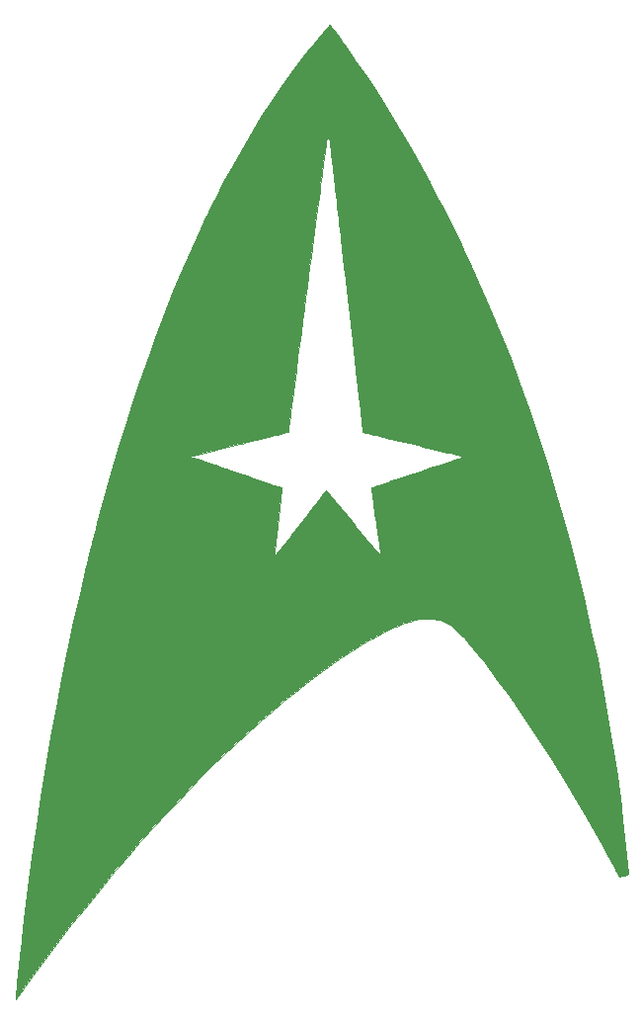
<source format=gbr>
G04 #@! TF.GenerationSoftware,KiCad,Pcbnew,5.1.4-e60b266~84~ubuntu18.04.1*
G04 #@! TF.CreationDate,2019-09-14T19:57:04-06:00*
G04 #@! TF.ProjectId,001,3030312e-6b69-4636-9164-5f7063625858,1*
G04 #@! TF.SameCoordinates,Original*
G04 #@! TF.FileFunction,Copper,L1,Top*
G04 #@! TF.FilePolarity,Positive*
%FSLAX46Y46*%
G04 Gerber Fmt 4.6, Leading zero omitted, Abs format (unit mm)*
G04 Created by KiCad (PCBNEW 5.1.4-e60b266~84~ubuntu18.04.1) date 2019-09-14 19:57:04*
%MOMM*%
%LPD*%
G04 APERTURE LIST*
%ADD10C,0.010000*%
G04 APERTURE END LIST*
D10*
G36*
X138236680Y-42049673D02*
G01*
X138274867Y-42096643D01*
X138333250Y-42172243D01*
X138409672Y-42273527D01*
X138501975Y-42397553D01*
X138608003Y-42541377D01*
X138725599Y-42702055D01*
X138852604Y-42876644D01*
X138986862Y-43062200D01*
X139126216Y-43255780D01*
X139268508Y-43454439D01*
X139411581Y-43655235D01*
X139497195Y-43775926D01*
X140451586Y-45147815D01*
X141398410Y-46556774D01*
X142334568Y-47997778D01*
X143256964Y-49465799D01*
X144162499Y-50955811D01*
X145048076Y-52462788D01*
X145910595Y-53981704D01*
X146746959Y-55507531D01*
X146874775Y-55745676D01*
X147312074Y-56570586D01*
X147753016Y-57417508D01*
X148193120Y-58277516D01*
X148627906Y-59141680D01*
X149052896Y-60001074D01*
X149463609Y-60846768D01*
X149855565Y-61669835D01*
X149976000Y-61926342D01*
X150947443Y-64050774D01*
X151886942Y-66202591D01*
X152794337Y-68381217D01*
X153669465Y-70586073D01*
X154512165Y-72816581D01*
X155322276Y-75072163D01*
X156099637Y-77352241D01*
X156844085Y-79656238D01*
X157555461Y-81983574D01*
X158233602Y-84333673D01*
X158878348Y-86705956D01*
X159489536Y-89099845D01*
X160067005Y-91514763D01*
X160610595Y-93950130D01*
X161120143Y-96405370D01*
X161595489Y-98879904D01*
X162036471Y-101373154D01*
X162442927Y-103884542D01*
X162814697Y-106413491D01*
X163151618Y-108959421D01*
X163188435Y-109255800D01*
X163286210Y-110062486D01*
X163380205Y-110866478D01*
X163469605Y-111660352D01*
X163553594Y-112436683D01*
X163631356Y-113188047D01*
X163702075Y-113907019D01*
X163717579Y-114070426D01*
X163732302Y-114225547D01*
X163746252Y-114370299D01*
X163758797Y-114498275D01*
X163769301Y-114603071D01*
X163777132Y-114678281D01*
X163781550Y-114716738D01*
X163791694Y-114791550D01*
X163410186Y-114905192D01*
X163278027Y-114943288D01*
X163166819Y-114972811D01*
X163081661Y-114992553D01*
X163027651Y-115001311D01*
X163010398Y-114999713D01*
X162996238Y-114977087D01*
X162964508Y-114921720D01*
X162917719Y-114838144D01*
X162858380Y-114730887D01*
X162789000Y-114604477D01*
X162712092Y-114463444D01*
X162659621Y-114366759D01*
X161990009Y-113141797D01*
X161316694Y-111932282D01*
X160640586Y-110739621D01*
X159962592Y-109565223D01*
X159283624Y-108410494D01*
X158604590Y-107276843D01*
X157926398Y-106165678D01*
X157249960Y-105078407D01*
X156576183Y-104016437D01*
X155905978Y-102981176D01*
X155240252Y-101974032D01*
X154579916Y-100996414D01*
X153925879Y-100049728D01*
X153279050Y-99135383D01*
X152640339Y-98254787D01*
X152010654Y-97409347D01*
X151390905Y-96600472D01*
X150782001Y-95829568D01*
X150322609Y-95264558D01*
X150008055Y-94892314D01*
X149708073Y-94557467D01*
X149420602Y-94258482D01*
X149143584Y-93993827D01*
X148874961Y-93761966D01*
X148612673Y-93561368D01*
X148354661Y-93390497D01*
X148098866Y-93247820D01*
X147843230Y-93131803D01*
X147585693Y-93040913D01*
X147324197Y-92973616D01*
X147219794Y-92953274D01*
X147004591Y-92925024D01*
X146761943Y-92910474D01*
X146504457Y-92909616D01*
X146244740Y-92922441D01*
X145995399Y-92948941D01*
X145959736Y-92954085D01*
X145530826Y-93034181D01*
X145078541Y-93149563D01*
X144602889Y-93300227D01*
X144103879Y-93486169D01*
X143581519Y-93707387D01*
X143035818Y-93963877D01*
X142466783Y-94255636D01*
X141874425Y-94582660D01*
X141814650Y-94616875D01*
X140913713Y-95149962D01*
X139999099Y-95722334D01*
X139071427Y-96333428D01*
X138131311Y-96982681D01*
X137179370Y-97669532D01*
X136216219Y-98393417D01*
X135242476Y-99153773D01*
X134258757Y-99950038D01*
X133265679Y-100781650D01*
X132263858Y-101648046D01*
X131253912Y-102548663D01*
X130236457Y-103482938D01*
X129212109Y-104450309D01*
X128181486Y-105450213D01*
X127145205Y-106482087D01*
X126103881Y-107545370D01*
X125058132Y-108639498D01*
X124008575Y-109763908D01*
X122955826Y-110918039D01*
X121900501Y-112101326D01*
X120843218Y-113313209D01*
X119784594Y-114553123D01*
X119203376Y-115245176D01*
X118147463Y-116523359D01*
X117105182Y-117812708D01*
X116072587Y-119118314D01*
X115045734Y-120445272D01*
X114020677Y-121798672D01*
X112993471Y-123183609D01*
X112062420Y-124463259D01*
X111901264Y-124686666D01*
X111763077Y-124878063D01*
X111646103Y-125039805D01*
X111548588Y-125174245D01*
X111468776Y-125283738D01*
X111404913Y-125370638D01*
X111355242Y-125437299D01*
X111318010Y-125486074D01*
X111291460Y-125519318D01*
X111273839Y-125539385D01*
X111263390Y-125548629D01*
X111258359Y-125549404D01*
X111256990Y-125544063D01*
X111256986Y-125543552D01*
X111259123Y-125515276D01*
X111265303Y-125448303D01*
X111275174Y-125346039D01*
X111288389Y-125211892D01*
X111304598Y-125049269D01*
X111323451Y-124861578D01*
X111344599Y-124652224D01*
X111367694Y-124424617D01*
X111392385Y-124182162D01*
X111418323Y-123928268D01*
X111445160Y-123666341D01*
X111472545Y-123399789D01*
X111500130Y-123132019D01*
X111527565Y-122866438D01*
X111554501Y-122606454D01*
X111580588Y-122355473D01*
X111605477Y-122116903D01*
X111628820Y-121894152D01*
X111650266Y-121690626D01*
X111669467Y-121509732D01*
X111686072Y-121354879D01*
X111692143Y-121298842D01*
X111993987Y-118636870D01*
X112318771Y-115990392D01*
X112666178Y-113361263D01*
X113035892Y-110751338D01*
X113427593Y-108162473D01*
X113840966Y-105596521D01*
X114275692Y-103055338D01*
X114731455Y-100540777D01*
X115207936Y-98054695D01*
X115704820Y-95598946D01*
X116221787Y-93175384D01*
X116758522Y-90785864D01*
X117314706Y-88432242D01*
X117318539Y-88416426D01*
X117360287Y-88244397D01*
X117399434Y-88083627D01*
X117436806Y-87930889D01*
X117473228Y-87782959D01*
X117509525Y-87636613D01*
X117546522Y-87488625D01*
X117585044Y-87335770D01*
X117625917Y-87174825D01*
X117669964Y-87002564D01*
X117718012Y-86815762D01*
X117770885Y-86611195D01*
X117829408Y-86385638D01*
X117894407Y-86135866D01*
X117966707Y-85858655D01*
X118047132Y-85550779D01*
X118136508Y-85209014D01*
X118235660Y-84830135D01*
X118255434Y-84754592D01*
X118830334Y-82607675D01*
X119420842Y-80499527D01*
X119854260Y-79019761D01*
X126232403Y-79019761D01*
X126433486Y-79090160D01*
X126499546Y-79113080D01*
X126602359Y-79148474D01*
X126738596Y-79195205D01*
X126904923Y-79252135D01*
X127098011Y-79318128D01*
X127314526Y-79392047D01*
X127551138Y-79472755D01*
X127804515Y-79559116D01*
X128071326Y-79649992D01*
X128348238Y-79744247D01*
X128631921Y-79840743D01*
X128919043Y-79938344D01*
X128920570Y-79938863D01*
X129025636Y-79974591D01*
X129165915Y-80022330D01*
X129336550Y-80080428D01*
X129532686Y-80147229D01*
X129749467Y-80221079D01*
X129982040Y-80300326D01*
X130225547Y-80383313D01*
X130475134Y-80468388D01*
X130725946Y-80553896D01*
X130814986Y-80584256D01*
X131082537Y-80675478D01*
X131364096Y-80771461D01*
X131652898Y-80869899D01*
X131942175Y-80968487D01*
X132225162Y-81064919D01*
X132495092Y-81156890D01*
X132745198Y-81242092D01*
X132968715Y-81318222D01*
X133157477Y-81382496D01*
X134092385Y-81700774D01*
X134082759Y-81767183D01*
X134078661Y-81800109D01*
X134070247Y-81871610D01*
X134057911Y-81978192D01*
X134042047Y-82116360D01*
X134023050Y-82282620D01*
X134001313Y-82473477D01*
X133977232Y-82685436D01*
X133951199Y-82915003D01*
X133923610Y-83158682D01*
X133894859Y-83412979D01*
X133865340Y-83674399D01*
X133835448Y-83939448D01*
X133805576Y-84204631D01*
X133776119Y-84466452D01*
X133747471Y-84721418D01*
X133720027Y-84966034D01*
X133694181Y-85196805D01*
X133670326Y-85410236D01*
X133648858Y-85602832D01*
X133630170Y-85771099D01*
X133614658Y-85911543D01*
X133602714Y-86020667D01*
X133598854Y-86056342D01*
X133563686Y-86383562D01*
X133533075Y-86669463D01*
X133506941Y-86914804D01*
X133485204Y-87120344D01*
X133467785Y-87286844D01*
X133454604Y-87415063D01*
X133445582Y-87505760D01*
X133440640Y-87559695D01*
X133439562Y-87576437D01*
X133441801Y-87581768D01*
X133450010Y-87577939D01*
X133466511Y-87562120D01*
X133493626Y-87531477D01*
X133533678Y-87483178D01*
X133588988Y-87414389D01*
X133661881Y-87322279D01*
X133754677Y-87204015D01*
X133869700Y-87056763D01*
X133948315Y-86955930D01*
X134030980Y-86850390D01*
X134107030Y-86754293D01*
X134171828Y-86673421D01*
X134220735Y-86613557D01*
X134249112Y-86580482D01*
X134251412Y-86578088D01*
X134270295Y-86555637D01*
X134312784Y-86502821D01*
X134376860Y-86422228D01*
X134460502Y-86316443D01*
X134561691Y-86188051D01*
X134678408Y-86039639D01*
X134808632Y-85873793D01*
X134950345Y-85693098D01*
X135101525Y-85500141D01*
X135260154Y-85297507D01*
X135424211Y-85087782D01*
X135591678Y-84873553D01*
X135760533Y-84657405D01*
X135928759Y-84441923D01*
X136094334Y-84229695D01*
X136255240Y-84023306D01*
X136409455Y-83825341D01*
X136554962Y-83638387D01*
X136689740Y-83465029D01*
X136811769Y-83307854D01*
X136919029Y-83169448D01*
X137009501Y-83052396D01*
X137081166Y-82959284D01*
X137132003Y-82892698D01*
X137159992Y-82855224D01*
X137164986Y-82847738D01*
X137177358Y-82829017D01*
X137211695Y-82782394D01*
X137263828Y-82713269D01*
X137329586Y-82627043D01*
X137404802Y-82529117D01*
X137485305Y-82424891D01*
X137566927Y-82319768D01*
X137645497Y-82219147D01*
X137716848Y-82128429D01*
X137776809Y-82053016D01*
X137813351Y-82007851D01*
X137861370Y-81949276D01*
X140206636Y-84754826D01*
X140456685Y-85053757D01*
X140699389Y-85343528D01*
X140933364Y-85622505D01*
X141157226Y-85889052D01*
X141369592Y-86141533D01*
X141569076Y-86378312D01*
X141754296Y-86597754D01*
X141923867Y-86798224D01*
X142076404Y-86978084D01*
X142210525Y-87135701D01*
X142324845Y-87269437D01*
X142417979Y-87377658D01*
X142488545Y-87458727D01*
X142535157Y-87511010D01*
X142556432Y-87532870D01*
X142557660Y-87533317D01*
X142555712Y-87508473D01*
X142548277Y-87445021D01*
X142535799Y-87346273D01*
X142518722Y-87215536D01*
X142497489Y-87056119D01*
X142472545Y-86871333D01*
X142444335Y-86664485D01*
X142413301Y-86438886D01*
X142379889Y-86197844D01*
X142344543Y-85944668D01*
X142342395Y-85929342D01*
X142300269Y-85628763D01*
X142254853Y-85304671D01*
X142207279Y-84965150D01*
X142158681Y-84618285D01*
X142110191Y-84272162D01*
X142062942Y-83934866D01*
X142018066Y-83614482D01*
X141976696Y-83319094D01*
X141939966Y-83056788D01*
X141936807Y-83034229D01*
X141904649Y-82803036D01*
X141874646Y-82584373D01*
X141847262Y-82381820D01*
X141822962Y-82198957D01*
X141802209Y-82039365D01*
X141785469Y-81906624D01*
X141773205Y-81804316D01*
X141765882Y-81736020D01*
X141763965Y-81705317D01*
X141764283Y-81703989D01*
X141785629Y-81695824D01*
X141845394Y-81674834D01*
X141941844Y-81641603D01*
X142073243Y-81596714D01*
X142237857Y-81540749D01*
X142433951Y-81474294D01*
X142659791Y-81397930D01*
X142913641Y-81312242D01*
X143193768Y-81217813D01*
X143498436Y-81115227D01*
X143825911Y-81005065D01*
X144174457Y-80887913D01*
X144542341Y-80764354D01*
X144927828Y-80634970D01*
X145329182Y-80500346D01*
X145744669Y-80361064D01*
X146172555Y-80217709D01*
X146611105Y-80070862D01*
X147058583Y-79921109D01*
X147513256Y-79769032D01*
X147973388Y-79615215D01*
X148251028Y-79522445D01*
X148487941Y-79443144D01*
X148712756Y-79367596D01*
X148922302Y-79296885D01*
X149113408Y-79232096D01*
X149282902Y-79174311D01*
X149427614Y-79124617D01*
X149544373Y-79084095D01*
X149630008Y-79053832D01*
X149681347Y-79034910D01*
X149695653Y-79028546D01*
X149675385Y-79022590D01*
X149615851Y-79007240D01*
X149518954Y-78982960D01*
X149386600Y-78950210D01*
X149220691Y-78909454D01*
X149023132Y-78861152D01*
X148795826Y-78805766D01*
X148540679Y-78743759D01*
X148259594Y-78675592D01*
X147954474Y-78601727D01*
X147627225Y-78522626D01*
X147279750Y-78438750D01*
X146913952Y-78350562D01*
X146531737Y-78258524D01*
X146135008Y-78163096D01*
X145725670Y-78064741D01*
X145382945Y-77982472D01*
X144964403Y-77882036D01*
X144556731Y-77784187D01*
X144161845Y-77689386D01*
X143781661Y-77598094D01*
X143418096Y-77510772D01*
X143073066Y-77427881D01*
X142748487Y-77349881D01*
X142446276Y-77277233D01*
X142168349Y-77210398D01*
X141916623Y-77149837D01*
X141693014Y-77096011D01*
X141499439Y-77049380D01*
X141337813Y-77010406D01*
X141210053Y-76979549D01*
X141118076Y-76957270D01*
X141063798Y-76944030D01*
X141048785Y-76940249D01*
X141041654Y-76918254D01*
X141030658Y-76858830D01*
X141016447Y-76766639D01*
X140999667Y-76646344D01*
X140980967Y-76502606D01*
X140960993Y-76340088D01*
X140940394Y-76163453D01*
X140938270Y-76144707D01*
X140924832Y-76025905D01*
X140906997Y-75868388D01*
X140885144Y-75675504D01*
X140859653Y-75450603D01*
X140830903Y-75197033D01*
X140799275Y-74918141D01*
X140765149Y-74617276D01*
X140728903Y-74297787D01*
X140690919Y-73963022D01*
X140651575Y-73616329D01*
X140611252Y-73261056D01*
X140570329Y-72900552D01*
X140529186Y-72538166D01*
X140519943Y-72456759D01*
X140420929Y-71584733D01*
X140326088Y-70749452D01*
X140234817Y-69945596D01*
X140146511Y-69167849D01*
X140060568Y-68410892D01*
X139976383Y-67669405D01*
X139893352Y-66938072D01*
X139810872Y-66211573D01*
X139728338Y-65484591D01*
X139645148Y-64751806D01*
X139560696Y-64007901D01*
X139474380Y-63247557D01*
X139431322Y-62868259D01*
X139396713Y-62563285D01*
X139357819Y-62220356D01*
X139315105Y-61843584D01*
X139269037Y-61437081D01*
X139220081Y-61004958D01*
X139168701Y-60551327D01*
X139115363Y-60080299D01*
X139060533Y-59595985D01*
X139004676Y-59102497D01*
X138948258Y-58603947D01*
X138891743Y-58104446D01*
X138835599Y-57608106D01*
X138780289Y-57119037D01*
X138726279Y-56641352D01*
X138674036Y-56179163D01*
X138669300Y-56137259D01*
X138622338Y-55722501D01*
X138576405Y-55318351D01*
X138531743Y-54926874D01*
X138488593Y-54550133D01*
X138447198Y-54190195D01*
X138407799Y-53849122D01*
X138370638Y-53528980D01*
X138335957Y-53231833D01*
X138303999Y-52959746D01*
X138275004Y-52714783D01*
X138249214Y-52499008D01*
X138226873Y-52314487D01*
X138208221Y-52163283D01*
X138193500Y-52047462D01*
X138182952Y-51969087D01*
X138176819Y-51930223D01*
X138176033Y-51927010D01*
X138143927Y-51861737D01*
X138099556Y-51808057D01*
X138091544Y-51801554D01*
X138050907Y-51774062D01*
X138024982Y-51771759D01*
X137994756Y-51794244D01*
X137989042Y-51799399D01*
X137946448Y-51845754D01*
X137921218Y-51882522D01*
X137917877Y-51896556D01*
X137911859Y-51931518D01*
X137903093Y-51987948D01*
X137891509Y-52066386D01*
X137877035Y-52167372D01*
X137859601Y-52291445D01*
X137839135Y-52439146D01*
X137815566Y-52611014D01*
X137788824Y-52807588D01*
X137758837Y-53029410D01*
X137725535Y-53277019D01*
X137688846Y-53550953D01*
X137648699Y-53851754D01*
X137605024Y-54179961D01*
X137557748Y-54536114D01*
X137506802Y-54920753D01*
X137452115Y-55334417D01*
X137393614Y-55777647D01*
X137331230Y-56250981D01*
X137264891Y-56754961D01*
X137194526Y-57290125D01*
X137120065Y-57857014D01*
X137041435Y-58456167D01*
X136958567Y-59088125D01*
X136871389Y-59753426D01*
X136779829Y-60452611D01*
X136683819Y-61186220D01*
X136583285Y-61954792D01*
X136478157Y-62758868D01*
X136368364Y-63598987D01*
X136253836Y-64475688D01*
X136134500Y-65389512D01*
X136010286Y-66340999D01*
X135881124Y-67330688D01*
X135746941Y-68359119D01*
X135607667Y-69426832D01*
X135463232Y-70534367D01*
X135313563Y-71682263D01*
X135158590Y-72871061D01*
X134998242Y-74101300D01*
X134998079Y-74102558D01*
X134953700Y-74442584D01*
X134910717Y-74770982D01*
X134869453Y-75085310D01*
X134830235Y-75383127D01*
X134793388Y-75661995D01*
X134759237Y-75919472D01*
X134728108Y-76153118D01*
X134700327Y-76360493D01*
X134676218Y-76539157D01*
X134656108Y-76686668D01*
X134640322Y-76800587D01*
X134629185Y-76878474D01*
X134623023Y-76917887D01*
X134621975Y-76922409D01*
X134600773Y-76928421D01*
X134540420Y-76944165D01*
X134442849Y-76969158D01*
X134309991Y-77002915D01*
X134143778Y-77044951D01*
X133946141Y-77094782D01*
X133719012Y-77151923D01*
X133464322Y-77215890D01*
X133184003Y-77286197D01*
X132879986Y-77362361D01*
X132554203Y-77443897D01*
X132208586Y-77530320D01*
X131845067Y-77621146D01*
X131465576Y-77715889D01*
X131072046Y-77814066D01*
X130666407Y-77915192D01*
X130422246Y-77976028D01*
X126232403Y-79019761D01*
X119854260Y-79019761D01*
X120026940Y-78430203D01*
X120648608Y-76399757D01*
X121285828Y-74408243D01*
X121938580Y-72455715D01*
X122606846Y-70542228D01*
X123290606Y-68667834D01*
X123989841Y-66832589D01*
X124704532Y-65036547D01*
X125434660Y-63279761D01*
X126180205Y-61562286D01*
X126941150Y-59884176D01*
X127303116Y-59111176D01*
X127494111Y-58711151D01*
X127701492Y-58283539D01*
X127921612Y-57835556D01*
X128150823Y-57374417D01*
X128385477Y-56907338D01*
X128621927Y-56441535D01*
X128856525Y-55984223D01*
X129085625Y-55542619D01*
X129305578Y-55123937D01*
X129512737Y-54735394D01*
X129550024Y-54666176D01*
X130221141Y-53447049D01*
X130904631Y-52253658D01*
X131599310Y-51087793D01*
X132303989Y-49951247D01*
X133017484Y-48845811D01*
X133738608Y-47773276D01*
X134466175Y-46735435D01*
X135198998Y-45734079D01*
X135935891Y-44771000D01*
X136675668Y-43847990D01*
X136861737Y-43622729D01*
X136949248Y-43516884D01*
X137026865Y-43421945D01*
X137090736Y-43342713D01*
X137137006Y-43283989D01*
X137161824Y-43250572D01*
X137164986Y-43244899D01*
X137178434Y-43225001D01*
X137216276Y-43177783D01*
X137274763Y-43107544D01*
X137350142Y-43018586D01*
X137438664Y-42915208D01*
X137536576Y-42801713D01*
X137640130Y-42682399D01*
X137745572Y-42561569D01*
X137849153Y-42443523D01*
X137947122Y-42332561D01*
X138035728Y-42232985D01*
X138111219Y-42149094D01*
X138169845Y-42085190D01*
X138207856Y-42045573D01*
X138220846Y-42034275D01*
X138236680Y-42049673D01*
X138236680Y-42049673D01*
G37*
X138236680Y-42049673D02*
X138274867Y-42096643D01*
X138333250Y-42172243D01*
X138409672Y-42273527D01*
X138501975Y-42397553D01*
X138608003Y-42541377D01*
X138725599Y-42702055D01*
X138852604Y-42876644D01*
X138986862Y-43062200D01*
X139126216Y-43255780D01*
X139268508Y-43454439D01*
X139411581Y-43655235D01*
X139497195Y-43775926D01*
X140451586Y-45147815D01*
X141398410Y-46556774D01*
X142334568Y-47997778D01*
X143256964Y-49465799D01*
X144162499Y-50955811D01*
X145048076Y-52462788D01*
X145910595Y-53981704D01*
X146746959Y-55507531D01*
X146874775Y-55745676D01*
X147312074Y-56570586D01*
X147753016Y-57417508D01*
X148193120Y-58277516D01*
X148627906Y-59141680D01*
X149052896Y-60001074D01*
X149463609Y-60846768D01*
X149855565Y-61669835D01*
X149976000Y-61926342D01*
X150947443Y-64050774D01*
X151886942Y-66202591D01*
X152794337Y-68381217D01*
X153669465Y-70586073D01*
X154512165Y-72816581D01*
X155322276Y-75072163D01*
X156099637Y-77352241D01*
X156844085Y-79656238D01*
X157555461Y-81983574D01*
X158233602Y-84333673D01*
X158878348Y-86705956D01*
X159489536Y-89099845D01*
X160067005Y-91514763D01*
X160610595Y-93950130D01*
X161120143Y-96405370D01*
X161595489Y-98879904D01*
X162036471Y-101373154D01*
X162442927Y-103884542D01*
X162814697Y-106413491D01*
X163151618Y-108959421D01*
X163188435Y-109255800D01*
X163286210Y-110062486D01*
X163380205Y-110866478D01*
X163469605Y-111660352D01*
X163553594Y-112436683D01*
X163631356Y-113188047D01*
X163702075Y-113907019D01*
X163717579Y-114070426D01*
X163732302Y-114225547D01*
X163746252Y-114370299D01*
X163758797Y-114498275D01*
X163769301Y-114603071D01*
X163777132Y-114678281D01*
X163781550Y-114716738D01*
X163791694Y-114791550D01*
X163410186Y-114905192D01*
X163278027Y-114943288D01*
X163166819Y-114972811D01*
X163081661Y-114992553D01*
X163027651Y-115001311D01*
X163010398Y-114999713D01*
X162996238Y-114977087D01*
X162964508Y-114921720D01*
X162917719Y-114838144D01*
X162858380Y-114730887D01*
X162789000Y-114604477D01*
X162712092Y-114463444D01*
X162659621Y-114366759D01*
X161990009Y-113141797D01*
X161316694Y-111932282D01*
X160640586Y-110739621D01*
X159962592Y-109565223D01*
X159283624Y-108410494D01*
X158604590Y-107276843D01*
X157926398Y-106165678D01*
X157249960Y-105078407D01*
X156576183Y-104016437D01*
X155905978Y-102981176D01*
X155240252Y-101974032D01*
X154579916Y-100996414D01*
X153925879Y-100049728D01*
X153279050Y-99135383D01*
X152640339Y-98254787D01*
X152010654Y-97409347D01*
X151390905Y-96600472D01*
X150782001Y-95829568D01*
X150322609Y-95264558D01*
X150008055Y-94892314D01*
X149708073Y-94557467D01*
X149420602Y-94258482D01*
X149143584Y-93993827D01*
X148874961Y-93761966D01*
X148612673Y-93561368D01*
X148354661Y-93390497D01*
X148098866Y-93247820D01*
X147843230Y-93131803D01*
X147585693Y-93040913D01*
X147324197Y-92973616D01*
X147219794Y-92953274D01*
X147004591Y-92925024D01*
X146761943Y-92910474D01*
X146504457Y-92909616D01*
X146244740Y-92922441D01*
X145995399Y-92948941D01*
X145959736Y-92954085D01*
X145530826Y-93034181D01*
X145078541Y-93149563D01*
X144602889Y-93300227D01*
X144103879Y-93486169D01*
X143581519Y-93707387D01*
X143035818Y-93963877D01*
X142466783Y-94255636D01*
X141874425Y-94582660D01*
X141814650Y-94616875D01*
X140913713Y-95149962D01*
X139999099Y-95722334D01*
X139071427Y-96333428D01*
X138131311Y-96982681D01*
X137179370Y-97669532D01*
X136216219Y-98393417D01*
X135242476Y-99153773D01*
X134258757Y-99950038D01*
X133265679Y-100781650D01*
X132263858Y-101648046D01*
X131253912Y-102548663D01*
X130236457Y-103482938D01*
X129212109Y-104450309D01*
X128181486Y-105450213D01*
X127145205Y-106482087D01*
X126103881Y-107545370D01*
X125058132Y-108639498D01*
X124008575Y-109763908D01*
X122955826Y-110918039D01*
X121900501Y-112101326D01*
X120843218Y-113313209D01*
X119784594Y-114553123D01*
X119203376Y-115245176D01*
X118147463Y-116523359D01*
X117105182Y-117812708D01*
X116072587Y-119118314D01*
X115045734Y-120445272D01*
X114020677Y-121798672D01*
X112993471Y-123183609D01*
X112062420Y-124463259D01*
X111901264Y-124686666D01*
X111763077Y-124878063D01*
X111646103Y-125039805D01*
X111548588Y-125174245D01*
X111468776Y-125283738D01*
X111404913Y-125370638D01*
X111355242Y-125437299D01*
X111318010Y-125486074D01*
X111291460Y-125519318D01*
X111273839Y-125539385D01*
X111263390Y-125548629D01*
X111258359Y-125549404D01*
X111256990Y-125544063D01*
X111256986Y-125543552D01*
X111259123Y-125515276D01*
X111265303Y-125448303D01*
X111275174Y-125346039D01*
X111288389Y-125211892D01*
X111304598Y-125049269D01*
X111323451Y-124861578D01*
X111344599Y-124652224D01*
X111367694Y-124424617D01*
X111392385Y-124182162D01*
X111418323Y-123928268D01*
X111445160Y-123666341D01*
X111472545Y-123399789D01*
X111500130Y-123132019D01*
X111527565Y-122866438D01*
X111554501Y-122606454D01*
X111580588Y-122355473D01*
X111605477Y-122116903D01*
X111628820Y-121894152D01*
X111650266Y-121690626D01*
X111669467Y-121509732D01*
X111686072Y-121354879D01*
X111692143Y-121298842D01*
X111993987Y-118636870D01*
X112318771Y-115990392D01*
X112666178Y-113361263D01*
X113035892Y-110751338D01*
X113427593Y-108162473D01*
X113840966Y-105596521D01*
X114275692Y-103055338D01*
X114731455Y-100540777D01*
X115207936Y-98054695D01*
X115704820Y-95598946D01*
X116221787Y-93175384D01*
X116758522Y-90785864D01*
X117314706Y-88432242D01*
X117318539Y-88416426D01*
X117360287Y-88244397D01*
X117399434Y-88083627D01*
X117436806Y-87930889D01*
X117473228Y-87782959D01*
X117509525Y-87636613D01*
X117546522Y-87488625D01*
X117585044Y-87335770D01*
X117625917Y-87174825D01*
X117669964Y-87002564D01*
X117718012Y-86815762D01*
X117770885Y-86611195D01*
X117829408Y-86385638D01*
X117894407Y-86135866D01*
X117966707Y-85858655D01*
X118047132Y-85550779D01*
X118136508Y-85209014D01*
X118235660Y-84830135D01*
X118255434Y-84754592D01*
X118830334Y-82607675D01*
X119420842Y-80499527D01*
X119854260Y-79019761D01*
X126232403Y-79019761D01*
X126433486Y-79090160D01*
X126499546Y-79113080D01*
X126602359Y-79148474D01*
X126738596Y-79195205D01*
X126904923Y-79252135D01*
X127098011Y-79318128D01*
X127314526Y-79392047D01*
X127551138Y-79472755D01*
X127804515Y-79559116D01*
X128071326Y-79649992D01*
X128348238Y-79744247D01*
X128631921Y-79840743D01*
X128919043Y-79938344D01*
X128920570Y-79938863D01*
X129025636Y-79974591D01*
X129165915Y-80022330D01*
X129336550Y-80080428D01*
X129532686Y-80147229D01*
X129749467Y-80221079D01*
X129982040Y-80300326D01*
X130225547Y-80383313D01*
X130475134Y-80468388D01*
X130725946Y-80553896D01*
X130814986Y-80584256D01*
X131082537Y-80675478D01*
X131364096Y-80771461D01*
X131652898Y-80869899D01*
X131942175Y-80968487D01*
X132225162Y-81064919D01*
X132495092Y-81156890D01*
X132745198Y-81242092D01*
X132968715Y-81318222D01*
X133157477Y-81382496D01*
X134092385Y-81700774D01*
X134082759Y-81767183D01*
X134078661Y-81800109D01*
X134070247Y-81871610D01*
X134057911Y-81978192D01*
X134042047Y-82116360D01*
X134023050Y-82282620D01*
X134001313Y-82473477D01*
X133977232Y-82685436D01*
X133951199Y-82915003D01*
X133923610Y-83158682D01*
X133894859Y-83412979D01*
X133865340Y-83674399D01*
X133835448Y-83939448D01*
X133805576Y-84204631D01*
X133776119Y-84466452D01*
X133747471Y-84721418D01*
X133720027Y-84966034D01*
X133694181Y-85196805D01*
X133670326Y-85410236D01*
X133648858Y-85602832D01*
X133630170Y-85771099D01*
X133614658Y-85911543D01*
X133602714Y-86020667D01*
X133598854Y-86056342D01*
X133563686Y-86383562D01*
X133533075Y-86669463D01*
X133506941Y-86914804D01*
X133485204Y-87120344D01*
X133467785Y-87286844D01*
X133454604Y-87415063D01*
X133445582Y-87505760D01*
X133440640Y-87559695D01*
X133439562Y-87576437D01*
X133441801Y-87581768D01*
X133450010Y-87577939D01*
X133466511Y-87562120D01*
X133493626Y-87531477D01*
X133533678Y-87483178D01*
X133588988Y-87414389D01*
X133661881Y-87322279D01*
X133754677Y-87204015D01*
X133869700Y-87056763D01*
X133948315Y-86955930D01*
X134030980Y-86850390D01*
X134107030Y-86754293D01*
X134171828Y-86673421D01*
X134220735Y-86613557D01*
X134249112Y-86580482D01*
X134251412Y-86578088D01*
X134270295Y-86555637D01*
X134312784Y-86502821D01*
X134376860Y-86422228D01*
X134460502Y-86316443D01*
X134561691Y-86188051D01*
X134678408Y-86039639D01*
X134808632Y-85873793D01*
X134950345Y-85693098D01*
X135101525Y-85500141D01*
X135260154Y-85297507D01*
X135424211Y-85087782D01*
X135591678Y-84873553D01*
X135760533Y-84657405D01*
X135928759Y-84441923D01*
X136094334Y-84229695D01*
X136255240Y-84023306D01*
X136409455Y-83825341D01*
X136554962Y-83638387D01*
X136689740Y-83465029D01*
X136811769Y-83307854D01*
X136919029Y-83169448D01*
X137009501Y-83052396D01*
X137081166Y-82959284D01*
X137132003Y-82892698D01*
X137159992Y-82855224D01*
X137164986Y-82847738D01*
X137177358Y-82829017D01*
X137211695Y-82782394D01*
X137263828Y-82713269D01*
X137329586Y-82627043D01*
X137404802Y-82529117D01*
X137485305Y-82424891D01*
X137566927Y-82319768D01*
X137645497Y-82219147D01*
X137716848Y-82128429D01*
X137776809Y-82053016D01*
X137813351Y-82007851D01*
X137861370Y-81949276D01*
X140206636Y-84754826D01*
X140456685Y-85053757D01*
X140699389Y-85343528D01*
X140933364Y-85622505D01*
X141157226Y-85889052D01*
X141369592Y-86141533D01*
X141569076Y-86378312D01*
X141754296Y-86597754D01*
X141923867Y-86798224D01*
X142076404Y-86978084D01*
X142210525Y-87135701D01*
X142324845Y-87269437D01*
X142417979Y-87377658D01*
X142488545Y-87458727D01*
X142535157Y-87511010D01*
X142556432Y-87532870D01*
X142557660Y-87533317D01*
X142555712Y-87508473D01*
X142548277Y-87445021D01*
X142535799Y-87346273D01*
X142518722Y-87215536D01*
X142497489Y-87056119D01*
X142472545Y-86871333D01*
X142444335Y-86664485D01*
X142413301Y-86438886D01*
X142379889Y-86197844D01*
X142344543Y-85944668D01*
X142342395Y-85929342D01*
X142300269Y-85628763D01*
X142254853Y-85304671D01*
X142207279Y-84965150D01*
X142158681Y-84618285D01*
X142110191Y-84272162D01*
X142062942Y-83934866D01*
X142018066Y-83614482D01*
X141976696Y-83319094D01*
X141939966Y-83056788D01*
X141936807Y-83034229D01*
X141904649Y-82803036D01*
X141874646Y-82584373D01*
X141847262Y-82381820D01*
X141822962Y-82198957D01*
X141802209Y-82039365D01*
X141785469Y-81906624D01*
X141773205Y-81804316D01*
X141765882Y-81736020D01*
X141763965Y-81705317D01*
X141764283Y-81703989D01*
X141785629Y-81695824D01*
X141845394Y-81674834D01*
X141941844Y-81641603D01*
X142073243Y-81596714D01*
X142237857Y-81540749D01*
X142433951Y-81474294D01*
X142659791Y-81397930D01*
X142913641Y-81312242D01*
X143193768Y-81217813D01*
X143498436Y-81115227D01*
X143825911Y-81005065D01*
X144174457Y-80887913D01*
X144542341Y-80764354D01*
X144927828Y-80634970D01*
X145329182Y-80500346D01*
X145744669Y-80361064D01*
X146172555Y-80217709D01*
X146611105Y-80070862D01*
X147058583Y-79921109D01*
X147513256Y-79769032D01*
X147973388Y-79615215D01*
X148251028Y-79522445D01*
X148487941Y-79443144D01*
X148712756Y-79367596D01*
X148922302Y-79296885D01*
X149113408Y-79232096D01*
X149282902Y-79174311D01*
X149427614Y-79124617D01*
X149544373Y-79084095D01*
X149630008Y-79053832D01*
X149681347Y-79034910D01*
X149695653Y-79028546D01*
X149675385Y-79022590D01*
X149615851Y-79007240D01*
X149518954Y-78982960D01*
X149386600Y-78950210D01*
X149220691Y-78909454D01*
X149023132Y-78861152D01*
X148795826Y-78805766D01*
X148540679Y-78743759D01*
X148259594Y-78675592D01*
X147954474Y-78601727D01*
X147627225Y-78522626D01*
X147279750Y-78438750D01*
X146913952Y-78350562D01*
X146531737Y-78258524D01*
X146135008Y-78163096D01*
X145725670Y-78064741D01*
X145382945Y-77982472D01*
X144964403Y-77882036D01*
X144556731Y-77784187D01*
X144161845Y-77689386D01*
X143781661Y-77598094D01*
X143418096Y-77510772D01*
X143073066Y-77427881D01*
X142748487Y-77349881D01*
X142446276Y-77277233D01*
X142168349Y-77210398D01*
X141916623Y-77149837D01*
X141693014Y-77096011D01*
X141499439Y-77049380D01*
X141337813Y-77010406D01*
X141210053Y-76979549D01*
X141118076Y-76957270D01*
X141063798Y-76944030D01*
X141048785Y-76940249D01*
X141041654Y-76918254D01*
X141030658Y-76858830D01*
X141016447Y-76766639D01*
X140999667Y-76646344D01*
X140980967Y-76502606D01*
X140960993Y-76340088D01*
X140940394Y-76163453D01*
X140938270Y-76144707D01*
X140924832Y-76025905D01*
X140906997Y-75868388D01*
X140885144Y-75675504D01*
X140859653Y-75450603D01*
X140830903Y-75197033D01*
X140799275Y-74918141D01*
X140765149Y-74617276D01*
X140728903Y-74297787D01*
X140690919Y-73963022D01*
X140651575Y-73616329D01*
X140611252Y-73261056D01*
X140570329Y-72900552D01*
X140529186Y-72538166D01*
X140519943Y-72456759D01*
X140420929Y-71584733D01*
X140326088Y-70749452D01*
X140234817Y-69945596D01*
X140146511Y-69167849D01*
X140060568Y-68410892D01*
X139976383Y-67669405D01*
X139893352Y-66938072D01*
X139810872Y-66211573D01*
X139728338Y-65484591D01*
X139645148Y-64751806D01*
X139560696Y-64007901D01*
X139474380Y-63247557D01*
X139431322Y-62868259D01*
X139396713Y-62563285D01*
X139357819Y-62220356D01*
X139315105Y-61843584D01*
X139269037Y-61437081D01*
X139220081Y-61004958D01*
X139168701Y-60551327D01*
X139115363Y-60080299D01*
X139060533Y-59595985D01*
X139004676Y-59102497D01*
X138948258Y-58603947D01*
X138891743Y-58104446D01*
X138835599Y-57608106D01*
X138780289Y-57119037D01*
X138726279Y-56641352D01*
X138674036Y-56179163D01*
X138669300Y-56137259D01*
X138622338Y-55722501D01*
X138576405Y-55318351D01*
X138531743Y-54926874D01*
X138488593Y-54550133D01*
X138447198Y-54190195D01*
X138407799Y-53849122D01*
X138370638Y-53528980D01*
X138335957Y-53231833D01*
X138303999Y-52959746D01*
X138275004Y-52714783D01*
X138249214Y-52499008D01*
X138226873Y-52314487D01*
X138208221Y-52163283D01*
X138193500Y-52047462D01*
X138182952Y-51969087D01*
X138176819Y-51930223D01*
X138176033Y-51927010D01*
X138143927Y-51861737D01*
X138099556Y-51808057D01*
X138091544Y-51801554D01*
X138050907Y-51774062D01*
X138024982Y-51771759D01*
X137994756Y-51794244D01*
X137989042Y-51799399D01*
X137946448Y-51845754D01*
X137921218Y-51882522D01*
X137917877Y-51896556D01*
X137911859Y-51931518D01*
X137903093Y-51987948D01*
X137891509Y-52066386D01*
X137877035Y-52167372D01*
X137859601Y-52291445D01*
X137839135Y-52439146D01*
X137815566Y-52611014D01*
X137788824Y-52807588D01*
X137758837Y-53029410D01*
X137725535Y-53277019D01*
X137688846Y-53550953D01*
X137648699Y-53851754D01*
X137605024Y-54179961D01*
X137557748Y-54536114D01*
X137506802Y-54920753D01*
X137452115Y-55334417D01*
X137393614Y-55777647D01*
X137331230Y-56250981D01*
X137264891Y-56754961D01*
X137194526Y-57290125D01*
X137120065Y-57857014D01*
X137041435Y-58456167D01*
X136958567Y-59088125D01*
X136871389Y-59753426D01*
X136779829Y-60452611D01*
X136683819Y-61186220D01*
X136583285Y-61954792D01*
X136478157Y-62758868D01*
X136368364Y-63598987D01*
X136253836Y-64475688D01*
X136134500Y-65389512D01*
X136010286Y-66340999D01*
X135881124Y-67330688D01*
X135746941Y-68359119D01*
X135607667Y-69426832D01*
X135463232Y-70534367D01*
X135313563Y-71682263D01*
X135158590Y-72871061D01*
X134998242Y-74101300D01*
X134998079Y-74102558D01*
X134953700Y-74442584D01*
X134910717Y-74770982D01*
X134869453Y-75085310D01*
X134830235Y-75383127D01*
X134793388Y-75661995D01*
X134759237Y-75919472D01*
X134728108Y-76153118D01*
X134700327Y-76360493D01*
X134676218Y-76539157D01*
X134656108Y-76686668D01*
X134640322Y-76800587D01*
X134629185Y-76878474D01*
X134623023Y-76917887D01*
X134621975Y-76922409D01*
X134600773Y-76928421D01*
X134540420Y-76944165D01*
X134442849Y-76969158D01*
X134309991Y-77002915D01*
X134143778Y-77044951D01*
X133946141Y-77094782D01*
X133719012Y-77151923D01*
X133464322Y-77215890D01*
X133184003Y-77286197D01*
X132879986Y-77362361D01*
X132554203Y-77443897D01*
X132208586Y-77530320D01*
X131845067Y-77621146D01*
X131465576Y-77715889D01*
X131072046Y-77814066D01*
X130666407Y-77915192D01*
X130422246Y-77976028D01*
X126232403Y-79019761D01*
X119854260Y-79019761D01*
X120026940Y-78430203D01*
X120648608Y-76399757D01*
X121285828Y-74408243D01*
X121938580Y-72455715D01*
X122606846Y-70542228D01*
X123290606Y-68667834D01*
X123989841Y-66832589D01*
X124704532Y-65036547D01*
X125434660Y-63279761D01*
X126180205Y-61562286D01*
X126941150Y-59884176D01*
X127303116Y-59111176D01*
X127494111Y-58711151D01*
X127701492Y-58283539D01*
X127921612Y-57835556D01*
X128150823Y-57374417D01*
X128385477Y-56907338D01*
X128621927Y-56441535D01*
X128856525Y-55984223D01*
X129085625Y-55542619D01*
X129305578Y-55123937D01*
X129512737Y-54735394D01*
X129550024Y-54666176D01*
X130221141Y-53447049D01*
X130904631Y-52253658D01*
X131599310Y-51087793D01*
X132303989Y-49951247D01*
X133017484Y-48845811D01*
X133738608Y-47773276D01*
X134466175Y-46735435D01*
X135198998Y-45734079D01*
X135935891Y-44771000D01*
X136675668Y-43847990D01*
X136861737Y-43622729D01*
X136949248Y-43516884D01*
X137026865Y-43421945D01*
X137090736Y-43342713D01*
X137137006Y-43283989D01*
X137161824Y-43250572D01*
X137164986Y-43244899D01*
X137178434Y-43225001D01*
X137216276Y-43177783D01*
X137274763Y-43107544D01*
X137350142Y-43018586D01*
X137438664Y-42915208D01*
X137536576Y-42801713D01*
X137640130Y-42682399D01*
X137745572Y-42561569D01*
X137849153Y-42443523D01*
X137947122Y-42332561D01*
X138035728Y-42232985D01*
X138111219Y-42149094D01*
X138169845Y-42085190D01*
X138207856Y-42045573D01*
X138220846Y-42034275D01*
X138236680Y-42049673D01*
M02*

</source>
